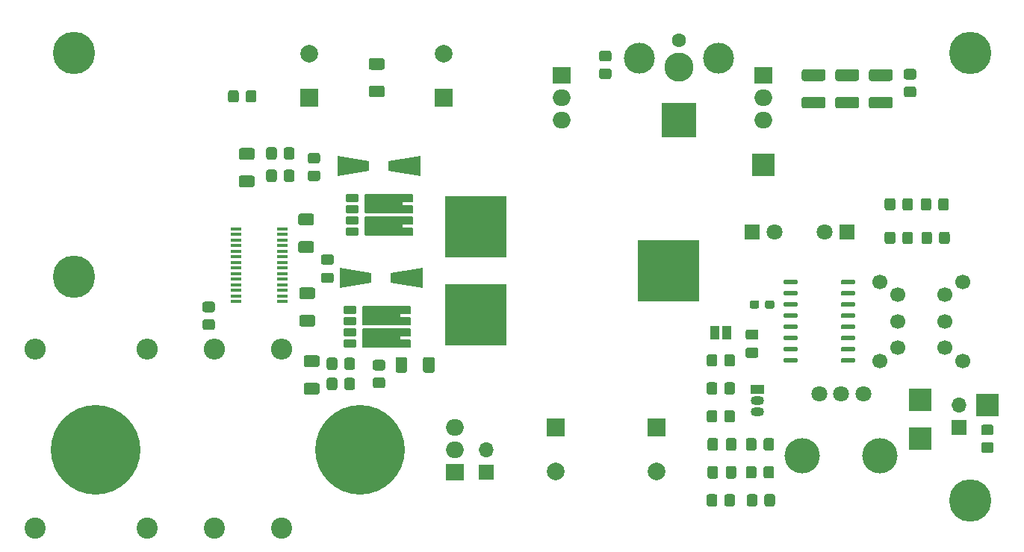
<source format=gbr>
%TF.GenerationSoftware,KiCad,Pcbnew,(5.1.9)-1*%
%TF.CreationDate,2022-12-04T20:34:53-06:00*%
%TF.ProjectId,Battery_Charger_V1,42617474-6572-4795-9f43-686172676572,rev?*%
%TF.SameCoordinates,Original*%
%TF.FileFunction,Soldermask,Top*%
%TF.FilePolarity,Negative*%
%FSLAX46Y46*%
G04 Gerber Fmt 4.6, Leading zero omitted, Abs format (unit mm)*
G04 Created by KiCad (PCBNEW (5.1.9)-1) date 2022-12-04 20:34:53*
%MOMM*%
%LPD*%
G01*
G04 APERTURE LIST*
%ADD10C,1.700000*%
%ADD11C,2.000000*%
%ADD12R,2.000000X2.000000*%
%ADD13C,10.160000*%
%ADD14R,1.800000X1.800000*%
%ADD15C,1.800000*%
%ADD16C,0.100000*%
%ADD17R,4.000000X4.000000*%
%ADD18C,3.300000*%
%ADD19C,3.500000*%
%ADD20C,1.600000*%
%ADD21R,1.700000X1.700000*%
%ADD22O,1.700000X1.700000*%
%ADD23C,4.800000*%
%ADD24R,1.000000X1.500000*%
%ADD25R,7.000000X7.000000*%
%ADD26R,2.000000X1.905000*%
%ADD27O,2.000000X1.905000*%
%ADD28O,1.500000X1.050000*%
%ADD29R,1.500000X1.050000*%
%ADD30C,4.000000*%
%ADD31R,2.500000X2.500000*%
%ADD32R,1.200000X0.400000*%
%ADD33C,2.400000*%
%ADD34O,2.400000X2.400000*%
G04 APERTURE END LIST*
D10*
%TO.C,SW1*%
X198502000Y-103577000D03*
X198502000Y-112577000D03*
X189102000Y-103577000D03*
X189102000Y-112577000D03*
X196452000Y-105077000D03*
X196452000Y-108077000D03*
X196452000Y-111077000D03*
X191152000Y-105077000D03*
X191152000Y-108077000D03*
X191152000Y-111077000D03*
%TD*%
D11*
%TO.C,C23*%
X124460000Y-77677000D03*
D12*
X124460000Y-82677000D03*
%TD*%
%TO.C,R37*%
G36*
G01*
X115240000Y-83000001D02*
X115240000Y-82099999D01*
G75*
G02*
X115489999Y-81850000I249999J0D01*
G01*
X116190001Y-81850000D01*
G75*
G02*
X116440000Y-82099999I0J-249999D01*
G01*
X116440000Y-83000001D01*
G75*
G02*
X116190001Y-83250000I-249999J0D01*
G01*
X115489999Y-83250000D01*
G75*
G02*
X115240000Y-83000001I0J249999D01*
G01*
G37*
G36*
G01*
X117240000Y-83000001D02*
X117240000Y-82099999D01*
G75*
G02*
X117489999Y-81850000I249999J0D01*
G01*
X118190001Y-81850000D01*
G75*
G02*
X118440000Y-82099999I0J-249999D01*
G01*
X118440000Y-83000001D01*
G75*
G02*
X118190001Y-83250000I-249999J0D01*
G01*
X117489999Y-83250000D01*
G75*
G02*
X117240000Y-83000001I0J249999D01*
G01*
G37*
%TD*%
%TO.C,Q4*%
G36*
G01*
X130538000Y-108872000D02*
X134638000Y-108872000D01*
G75*
G02*
X134763000Y-108997000I0J-125000D01*
G01*
X134763000Y-110967000D01*
G75*
G02*
X134638000Y-111092000I-125000J0D01*
G01*
X130538000Y-111092000D01*
G75*
G02*
X130413000Y-110967000I0J125000D01*
G01*
X130413000Y-108997000D01*
G75*
G02*
X130538000Y-108872000I125000J0D01*
G01*
G37*
G36*
G01*
X133938000Y-108872000D02*
X135838000Y-108872000D01*
G75*
G02*
X135963000Y-108997000I0J-125000D01*
G01*
X135963000Y-109697000D01*
G75*
G02*
X135838000Y-109822000I-125000J0D01*
G01*
X133938000Y-109822000D01*
G75*
G02*
X133813000Y-109697000I0J125000D01*
G01*
X133813000Y-108997000D01*
G75*
G02*
X133938000Y-108872000I125000J0D01*
G01*
G37*
G36*
G01*
X133938000Y-110142000D02*
X135838000Y-110142000D01*
G75*
G02*
X135963000Y-110267000I0J-125000D01*
G01*
X135963000Y-110967000D01*
G75*
G02*
X135838000Y-111092000I-125000J0D01*
G01*
X133938000Y-111092000D01*
G75*
G02*
X133813000Y-110967000I0J125000D01*
G01*
X133813000Y-110267000D01*
G75*
G02*
X133938000Y-110142000I125000J0D01*
G01*
G37*
G36*
G01*
X128463000Y-110142000D02*
X129613000Y-110142000D01*
G75*
G02*
X129738000Y-110267000I0J-125000D01*
G01*
X129738000Y-110967000D01*
G75*
G02*
X129613000Y-111092000I-125000J0D01*
G01*
X128463000Y-111092000D01*
G75*
G02*
X128338000Y-110967000I0J125000D01*
G01*
X128338000Y-110267000D01*
G75*
G02*
X128463000Y-110142000I125000J0D01*
G01*
G37*
G36*
G01*
X128463000Y-107602000D02*
X129613000Y-107602000D01*
G75*
G02*
X129738000Y-107727000I0J-125000D01*
G01*
X129738000Y-108427000D01*
G75*
G02*
X129613000Y-108552000I-125000J0D01*
G01*
X128463000Y-108552000D01*
G75*
G02*
X128338000Y-108427000I0J125000D01*
G01*
X128338000Y-107727000D01*
G75*
G02*
X128463000Y-107602000I125000J0D01*
G01*
G37*
G36*
G01*
X128463000Y-106332000D02*
X129613000Y-106332000D01*
G75*
G02*
X129738000Y-106457000I0J-125000D01*
G01*
X129738000Y-107157000D01*
G75*
G02*
X129613000Y-107282000I-125000J0D01*
G01*
X128463000Y-107282000D01*
G75*
G02*
X128338000Y-107157000I0J125000D01*
G01*
X128338000Y-106457000D01*
G75*
G02*
X128463000Y-106332000I125000J0D01*
G01*
G37*
G36*
G01*
X130538000Y-106332000D02*
X134638000Y-106332000D01*
G75*
G02*
X134763000Y-106457000I0J-125000D01*
G01*
X134763000Y-108427000D01*
G75*
G02*
X134638000Y-108552000I-125000J0D01*
G01*
X130538000Y-108552000D01*
G75*
G02*
X130413000Y-108427000I0J125000D01*
G01*
X130413000Y-106457000D01*
G75*
G02*
X130538000Y-106332000I125000J0D01*
G01*
G37*
G36*
G01*
X128463000Y-108872000D02*
X129613000Y-108872000D01*
G75*
G02*
X129738000Y-108997000I0J-125000D01*
G01*
X129738000Y-109697000D01*
G75*
G02*
X129613000Y-109822000I-125000J0D01*
G01*
X128463000Y-109822000D01*
G75*
G02*
X128338000Y-109697000I0J125000D01*
G01*
X128338000Y-108997000D01*
G75*
G02*
X128463000Y-108872000I125000J0D01*
G01*
G37*
G36*
G01*
X133938000Y-107602000D02*
X135838000Y-107602000D01*
G75*
G02*
X135963000Y-107727000I0J-125000D01*
G01*
X135963000Y-108427000D01*
G75*
G02*
X135838000Y-108552000I-125000J0D01*
G01*
X133938000Y-108552000D01*
G75*
G02*
X133813000Y-108427000I0J125000D01*
G01*
X133813000Y-107727000D01*
G75*
G02*
X133938000Y-107602000I125000J0D01*
G01*
G37*
G36*
G01*
X133938000Y-106332000D02*
X135838000Y-106332000D01*
G75*
G02*
X135963000Y-106457000I0J-125000D01*
G01*
X135963000Y-107157000D01*
G75*
G02*
X135838000Y-107282000I-125000J0D01*
G01*
X133938000Y-107282000D01*
G75*
G02*
X133813000Y-107157000I0J125000D01*
G01*
X133813000Y-106457000D01*
G75*
G02*
X133938000Y-106332000I125000J0D01*
G01*
G37*
%TD*%
%TO.C,Q3*%
G36*
G01*
X130813000Y-96172000D02*
X134913000Y-96172000D01*
G75*
G02*
X135038000Y-96297000I0J-125000D01*
G01*
X135038000Y-98267000D01*
G75*
G02*
X134913000Y-98392000I-125000J0D01*
G01*
X130813000Y-98392000D01*
G75*
G02*
X130688000Y-98267000I0J125000D01*
G01*
X130688000Y-96297000D01*
G75*
G02*
X130813000Y-96172000I125000J0D01*
G01*
G37*
G36*
G01*
X134213000Y-96172000D02*
X136113000Y-96172000D01*
G75*
G02*
X136238000Y-96297000I0J-125000D01*
G01*
X136238000Y-96997000D01*
G75*
G02*
X136113000Y-97122000I-125000J0D01*
G01*
X134213000Y-97122000D01*
G75*
G02*
X134088000Y-96997000I0J125000D01*
G01*
X134088000Y-96297000D01*
G75*
G02*
X134213000Y-96172000I125000J0D01*
G01*
G37*
G36*
G01*
X134213000Y-97442000D02*
X136113000Y-97442000D01*
G75*
G02*
X136238000Y-97567000I0J-125000D01*
G01*
X136238000Y-98267000D01*
G75*
G02*
X136113000Y-98392000I-125000J0D01*
G01*
X134213000Y-98392000D01*
G75*
G02*
X134088000Y-98267000I0J125000D01*
G01*
X134088000Y-97567000D01*
G75*
G02*
X134213000Y-97442000I125000J0D01*
G01*
G37*
G36*
G01*
X128738000Y-97442000D02*
X129888000Y-97442000D01*
G75*
G02*
X130013000Y-97567000I0J-125000D01*
G01*
X130013000Y-98267000D01*
G75*
G02*
X129888000Y-98392000I-125000J0D01*
G01*
X128738000Y-98392000D01*
G75*
G02*
X128613000Y-98267000I0J125000D01*
G01*
X128613000Y-97567000D01*
G75*
G02*
X128738000Y-97442000I125000J0D01*
G01*
G37*
G36*
G01*
X128738000Y-94902000D02*
X129888000Y-94902000D01*
G75*
G02*
X130013000Y-95027000I0J-125000D01*
G01*
X130013000Y-95727000D01*
G75*
G02*
X129888000Y-95852000I-125000J0D01*
G01*
X128738000Y-95852000D01*
G75*
G02*
X128613000Y-95727000I0J125000D01*
G01*
X128613000Y-95027000D01*
G75*
G02*
X128738000Y-94902000I125000J0D01*
G01*
G37*
G36*
G01*
X128738000Y-93632000D02*
X129888000Y-93632000D01*
G75*
G02*
X130013000Y-93757000I0J-125000D01*
G01*
X130013000Y-94457000D01*
G75*
G02*
X129888000Y-94582000I-125000J0D01*
G01*
X128738000Y-94582000D01*
G75*
G02*
X128613000Y-94457000I0J125000D01*
G01*
X128613000Y-93757000D01*
G75*
G02*
X128738000Y-93632000I125000J0D01*
G01*
G37*
G36*
G01*
X130813000Y-93632000D02*
X134913000Y-93632000D01*
G75*
G02*
X135038000Y-93757000I0J-125000D01*
G01*
X135038000Y-95727000D01*
G75*
G02*
X134913000Y-95852000I-125000J0D01*
G01*
X130813000Y-95852000D01*
G75*
G02*
X130688000Y-95727000I0J125000D01*
G01*
X130688000Y-93757000D01*
G75*
G02*
X130813000Y-93632000I125000J0D01*
G01*
G37*
G36*
G01*
X128738000Y-96172000D02*
X129888000Y-96172000D01*
G75*
G02*
X130013000Y-96297000I0J-125000D01*
G01*
X130013000Y-96997000D01*
G75*
G02*
X129888000Y-97122000I-125000J0D01*
G01*
X128738000Y-97122000D01*
G75*
G02*
X128613000Y-96997000I0J125000D01*
G01*
X128613000Y-96297000D01*
G75*
G02*
X128738000Y-96172000I125000J0D01*
G01*
G37*
G36*
G01*
X134213000Y-94902000D02*
X136113000Y-94902000D01*
G75*
G02*
X136238000Y-95027000I0J-125000D01*
G01*
X136238000Y-95727000D01*
G75*
G02*
X136113000Y-95852000I-125000J0D01*
G01*
X134213000Y-95852000D01*
G75*
G02*
X134088000Y-95727000I0J125000D01*
G01*
X134088000Y-95027000D01*
G75*
G02*
X134213000Y-94902000I125000J0D01*
G01*
G37*
G36*
G01*
X134213000Y-93632000D02*
X136113000Y-93632000D01*
G75*
G02*
X136238000Y-93757000I0J-125000D01*
G01*
X136238000Y-94457000D01*
G75*
G02*
X136113000Y-94582000I-125000J0D01*
G01*
X134213000Y-94582000D01*
G75*
G02*
X134088000Y-94457000I0J125000D01*
G01*
X134088000Y-93757000D01*
G75*
G02*
X134213000Y-93632000I125000J0D01*
G01*
G37*
%TD*%
D13*
%TO.C,BT1*%
X130175000Y-122682000D03*
X100205000Y-122682000D03*
%TD*%
%TO.C,C3*%
G36*
G01*
X175443000Y-105934500D02*
X175443000Y-106409500D01*
G75*
G02*
X175205500Y-106647000I-237500J0D01*
G01*
X174605500Y-106647000D01*
G75*
G02*
X174368000Y-106409500I0J237500D01*
G01*
X174368000Y-105934500D01*
G75*
G02*
X174605500Y-105697000I237500J0D01*
G01*
X175205500Y-105697000D01*
G75*
G02*
X175443000Y-105934500I0J-237500D01*
G01*
G37*
G36*
G01*
X177168000Y-105934500D02*
X177168000Y-106409500D01*
G75*
G02*
X176930500Y-106647000I-237500J0D01*
G01*
X176330500Y-106647000D01*
G75*
G02*
X176093000Y-106409500I0J237500D01*
G01*
X176093000Y-105934500D01*
G75*
G02*
X176330500Y-105697000I237500J0D01*
G01*
X176930500Y-105697000D01*
G75*
G02*
X177168000Y-105934500I0J-237500D01*
G01*
G37*
%TD*%
%TO.C,C5*%
G36*
G01*
X124729002Y-97182500D02*
X123428998Y-97182500D01*
G75*
G02*
X123179000Y-96932502I0J249998D01*
G01*
X123179000Y-96107498D01*
G75*
G02*
X123428998Y-95857500I249998J0D01*
G01*
X124729002Y-95857500D01*
G75*
G02*
X124979000Y-96107498I0J-249998D01*
G01*
X124979000Y-96932502D01*
G75*
G02*
X124729002Y-97182500I-249998J0D01*
G01*
G37*
G36*
G01*
X124729002Y-100307500D02*
X123428998Y-100307500D01*
G75*
G02*
X123179000Y-100057502I0J249998D01*
G01*
X123179000Y-99232498D01*
G75*
G02*
X123428998Y-98982500I249998J0D01*
G01*
X124729002Y-98982500D01*
G75*
G02*
X124979000Y-99232498I0J-249998D01*
G01*
X124979000Y-100057502D01*
G75*
G02*
X124729002Y-100307500I-249998J0D01*
G01*
G37*
%TD*%
%TO.C,C6*%
G36*
G01*
X124856002Y-105564500D02*
X123555998Y-105564500D01*
G75*
G02*
X123306000Y-105314502I0J249998D01*
G01*
X123306000Y-104489498D01*
G75*
G02*
X123555998Y-104239500I249998J0D01*
G01*
X124856002Y-104239500D01*
G75*
G02*
X125106000Y-104489498I0J-249998D01*
G01*
X125106000Y-105314502D01*
G75*
G02*
X124856002Y-105564500I-249998J0D01*
G01*
G37*
G36*
G01*
X124856002Y-108689500D02*
X123555998Y-108689500D01*
G75*
G02*
X123306000Y-108439502I0J249998D01*
G01*
X123306000Y-107614498D01*
G75*
G02*
X123555998Y-107364500I249998J0D01*
G01*
X124856002Y-107364500D01*
G75*
G02*
X125106000Y-107614498I0J-249998D01*
G01*
X125106000Y-108439502D01*
G75*
G02*
X124856002Y-108689500I-249998J0D01*
G01*
G37*
%TD*%
%TO.C,C7*%
G36*
G01*
X126017000Y-100483000D02*
X126967000Y-100483000D01*
G75*
G02*
X127217000Y-100733000I0J-250000D01*
G01*
X127217000Y-101408000D01*
G75*
G02*
X126967000Y-101658000I-250000J0D01*
G01*
X126017000Y-101658000D01*
G75*
G02*
X125767000Y-101408000I0J250000D01*
G01*
X125767000Y-100733000D01*
G75*
G02*
X126017000Y-100483000I250000J0D01*
G01*
G37*
G36*
G01*
X126017000Y-102558000D02*
X126967000Y-102558000D01*
G75*
G02*
X127217000Y-102808000I0J-250000D01*
G01*
X127217000Y-103483000D01*
G75*
G02*
X126967000Y-103733000I-250000J0D01*
G01*
X126017000Y-103733000D01*
G75*
G02*
X125767000Y-103483000I0J250000D01*
G01*
X125767000Y-102808000D01*
G75*
G02*
X126017000Y-102558000I250000J0D01*
G01*
G37*
%TD*%
%TO.C,C9*%
G36*
G01*
X175100000Y-110167000D02*
X174150000Y-110167000D01*
G75*
G02*
X173900000Y-109917000I0J250000D01*
G01*
X173900000Y-109242000D01*
G75*
G02*
X174150000Y-108992000I250000J0D01*
G01*
X175100000Y-108992000D01*
G75*
G02*
X175350000Y-109242000I0J-250000D01*
G01*
X175350000Y-109917000D01*
G75*
G02*
X175100000Y-110167000I-250000J0D01*
G01*
G37*
G36*
G01*
X175100000Y-112242000D02*
X174150000Y-112242000D01*
G75*
G02*
X173900000Y-111992000I0J250000D01*
G01*
X173900000Y-111317000D01*
G75*
G02*
X174150000Y-111067000I250000J0D01*
G01*
X175100000Y-111067000D01*
G75*
G02*
X175350000Y-111317000I0J-250000D01*
G01*
X175350000Y-111992000D01*
G75*
G02*
X175100000Y-112242000I-250000J0D01*
G01*
G37*
%TD*%
%TO.C,C10*%
G36*
G01*
X171667500Y-122522000D02*
X171667500Y-121572000D01*
G75*
G02*
X171917500Y-121322000I250000J0D01*
G01*
X172592500Y-121322000D01*
G75*
G02*
X172842500Y-121572000I0J-250000D01*
G01*
X172842500Y-122522000D01*
G75*
G02*
X172592500Y-122772000I-250000J0D01*
G01*
X171917500Y-122772000D01*
G75*
G02*
X171667500Y-122522000I0J250000D01*
G01*
G37*
G36*
G01*
X169592500Y-122522000D02*
X169592500Y-121572000D01*
G75*
G02*
X169842500Y-121322000I250000J0D01*
G01*
X170517500Y-121322000D01*
G75*
G02*
X170767500Y-121572000I0J-250000D01*
G01*
X170767500Y-122522000D01*
G75*
G02*
X170517500Y-122772000I-250000J0D01*
G01*
X169842500Y-122772000D01*
G75*
G02*
X169592500Y-122522000I0J250000D01*
G01*
G37*
%TD*%
%TO.C,C11*%
G36*
G01*
X171667500Y-125697000D02*
X171667500Y-124747000D01*
G75*
G02*
X171917500Y-124497000I250000J0D01*
G01*
X172592500Y-124497000D01*
G75*
G02*
X172842500Y-124747000I0J-250000D01*
G01*
X172842500Y-125697000D01*
G75*
G02*
X172592500Y-125947000I-250000J0D01*
G01*
X171917500Y-125947000D01*
G75*
G02*
X171667500Y-125697000I0J250000D01*
G01*
G37*
G36*
G01*
X169592500Y-125697000D02*
X169592500Y-124747000D01*
G75*
G02*
X169842500Y-124497000I250000J0D01*
G01*
X170517500Y-124497000D01*
G75*
G02*
X170767500Y-124747000I0J-250000D01*
G01*
X170767500Y-125697000D01*
G75*
G02*
X170517500Y-125947000I-250000J0D01*
G01*
X169842500Y-125947000D01*
G75*
G02*
X169592500Y-125697000I0J250000D01*
G01*
G37*
%TD*%
%TO.C,C12*%
G36*
G01*
X132730002Y-82654500D02*
X131429998Y-82654500D01*
G75*
G02*
X131180000Y-82404502I0J249998D01*
G01*
X131180000Y-81579498D01*
G75*
G02*
X131429998Y-81329500I249998J0D01*
G01*
X132730002Y-81329500D01*
G75*
G02*
X132980000Y-81579498I0J-249998D01*
G01*
X132980000Y-82404502D01*
G75*
G02*
X132730002Y-82654500I-249998J0D01*
G01*
G37*
G36*
G01*
X132730002Y-79529500D02*
X131429998Y-79529500D01*
G75*
G02*
X131180000Y-79279502I0J249998D01*
G01*
X131180000Y-78454498D01*
G75*
G02*
X131429998Y-78204500I249998J0D01*
G01*
X132730002Y-78204500D01*
G75*
G02*
X132980000Y-78454498I0J-249998D01*
G01*
X132980000Y-79279502D01*
G75*
G02*
X132730002Y-79529500I-249998J0D01*
G01*
G37*
%TD*%
%TO.C,C13*%
G36*
G01*
X117998002Y-92864500D02*
X116697998Y-92864500D01*
G75*
G02*
X116448000Y-92614502I0J249998D01*
G01*
X116448000Y-91789498D01*
G75*
G02*
X116697998Y-91539500I249998J0D01*
G01*
X117998002Y-91539500D01*
G75*
G02*
X118248000Y-91789498I0J-249998D01*
G01*
X118248000Y-92614502D01*
G75*
G02*
X117998002Y-92864500I-249998J0D01*
G01*
G37*
G36*
G01*
X117998002Y-89739500D02*
X116697998Y-89739500D01*
G75*
G02*
X116448000Y-89489502I0J249998D01*
G01*
X116448000Y-88664498D01*
G75*
G02*
X116697998Y-88414500I249998J0D01*
G01*
X117998002Y-88414500D01*
G75*
G02*
X118248000Y-88664498I0J-249998D01*
G01*
X118248000Y-89489502D01*
G75*
G02*
X117998002Y-89739500I-249998J0D01*
G01*
G37*
%TD*%
%TO.C,C14*%
G36*
G01*
X124063998Y-111948000D02*
X125364002Y-111948000D01*
G75*
G02*
X125614000Y-112197998I0J-249998D01*
G01*
X125614000Y-113023002D01*
G75*
G02*
X125364002Y-113273000I-249998J0D01*
G01*
X124063998Y-113273000D01*
G75*
G02*
X123814000Y-113023002I0J249998D01*
G01*
X123814000Y-112197998D01*
G75*
G02*
X124063998Y-111948000I249998J0D01*
G01*
G37*
G36*
G01*
X124063998Y-115073000D02*
X125364002Y-115073000D01*
G75*
G02*
X125614000Y-115322998I0J-249998D01*
G01*
X125614000Y-116148002D01*
G75*
G02*
X125364002Y-116398000I-249998J0D01*
G01*
X124063998Y-116398000D01*
G75*
G02*
X123814000Y-116148002I0J249998D01*
G01*
X123814000Y-115322998D01*
G75*
G02*
X124063998Y-115073000I249998J0D01*
G01*
G37*
%TD*%
%TO.C,C15*%
G36*
G01*
X137336500Y-113680002D02*
X137336500Y-112379998D01*
G75*
G02*
X137586498Y-112130000I249998J0D01*
G01*
X138411502Y-112130000D01*
G75*
G02*
X138661500Y-112379998I0J-249998D01*
G01*
X138661500Y-113680002D01*
G75*
G02*
X138411502Y-113930000I-249998J0D01*
G01*
X137586498Y-113930000D01*
G75*
G02*
X137336500Y-113680002I0J249998D01*
G01*
G37*
G36*
G01*
X134211500Y-113680002D02*
X134211500Y-112379998D01*
G75*
G02*
X134461498Y-112130000I249998J0D01*
G01*
X135286502Y-112130000D01*
G75*
G02*
X135536500Y-112379998I0J-249998D01*
G01*
X135536500Y-113680002D01*
G75*
G02*
X135286502Y-113930000I-249998J0D01*
G01*
X134461498Y-113930000D01*
G75*
G02*
X134211500Y-113680002I0J249998D01*
G01*
G37*
%TD*%
%TO.C,C17*%
G36*
G01*
X188129998Y-82599500D02*
X190330002Y-82599500D01*
G75*
G02*
X190580000Y-82849498I0J-249998D01*
G01*
X190580000Y-83674502D01*
G75*
G02*
X190330002Y-83924500I-249998J0D01*
G01*
X188129998Y-83924500D01*
G75*
G02*
X187880000Y-83674502I0J249998D01*
G01*
X187880000Y-82849498D01*
G75*
G02*
X188129998Y-82599500I249998J0D01*
G01*
G37*
G36*
G01*
X188129998Y-79474500D02*
X190330002Y-79474500D01*
G75*
G02*
X190580000Y-79724498I0J-249998D01*
G01*
X190580000Y-80549502D01*
G75*
G02*
X190330002Y-80799500I-249998J0D01*
G01*
X188129998Y-80799500D01*
G75*
G02*
X187880000Y-80549502I0J249998D01*
G01*
X187880000Y-79724498D01*
G75*
G02*
X188129998Y-79474500I249998J0D01*
G01*
G37*
%TD*%
%TO.C,C18*%
G36*
G01*
X184319998Y-79474500D02*
X186520002Y-79474500D01*
G75*
G02*
X186770000Y-79724498I0J-249998D01*
G01*
X186770000Y-80549502D01*
G75*
G02*
X186520002Y-80799500I-249998J0D01*
G01*
X184319998Y-80799500D01*
G75*
G02*
X184070000Y-80549502I0J249998D01*
G01*
X184070000Y-79724498D01*
G75*
G02*
X184319998Y-79474500I249998J0D01*
G01*
G37*
G36*
G01*
X184319998Y-82599500D02*
X186520002Y-82599500D01*
G75*
G02*
X186770000Y-82849498I0J-249998D01*
G01*
X186770000Y-83674502D01*
G75*
G02*
X186520002Y-83924500I-249998J0D01*
G01*
X184319998Y-83924500D01*
G75*
G02*
X184070000Y-83674502I0J249998D01*
G01*
X184070000Y-82849498D01*
G75*
G02*
X184319998Y-82599500I249998J0D01*
G01*
G37*
%TD*%
%TO.C,C19*%
G36*
G01*
X180509998Y-79474500D02*
X182710002Y-79474500D01*
G75*
G02*
X182960000Y-79724498I0J-249998D01*
G01*
X182960000Y-80549502D01*
G75*
G02*
X182710002Y-80799500I-249998J0D01*
G01*
X180509998Y-80799500D01*
G75*
G02*
X180260000Y-80549502I0J249998D01*
G01*
X180260000Y-79724498D01*
G75*
G02*
X180509998Y-79474500I249998J0D01*
G01*
G37*
G36*
G01*
X180509998Y-82599500D02*
X182710002Y-82599500D01*
G75*
G02*
X182960000Y-82849498I0J-249998D01*
G01*
X182960000Y-83674502D01*
G75*
G02*
X182710002Y-83924500I-249998J0D01*
G01*
X180509998Y-83924500D01*
G75*
G02*
X180260000Y-83674502I0J249998D01*
G01*
X180260000Y-82849498D01*
G75*
G02*
X180509998Y-82599500I249998J0D01*
G01*
G37*
%TD*%
D12*
%TO.C,C22*%
X139700000Y-82677000D03*
D11*
X139700000Y-77677000D03*
%TD*%
%TO.C,C24*%
X163830000Y-125142000D03*
D12*
X163830000Y-120142000D03*
%TD*%
%TO.C,C25*%
X152400000Y-120142000D03*
D11*
X152400000Y-125142000D03*
%TD*%
D14*
%TO.C,D1*%
X174625000Y-97917000D03*
D15*
X177165000Y-97917000D03*
%TD*%
%TO.C,D2*%
X182880000Y-97917000D03*
D14*
X185420000Y-97917000D03*
%TD*%
D16*
%TO.C,D6*%
G36*
X127634000Y-91574000D02*
G01*
X127634000Y-89274000D01*
X131234000Y-89874000D01*
X131234000Y-90974000D01*
X127634000Y-91574000D01*
G37*
G36*
X137034000Y-89274000D02*
G01*
X137034000Y-91574000D01*
X133434000Y-90974000D01*
X133434000Y-89874000D01*
X137034000Y-89274000D01*
G37*
%TD*%
%TO.C,D8*%
G36*
X137288000Y-101974000D02*
G01*
X137288000Y-104274000D01*
X133688000Y-103674000D01*
X133688000Y-102574000D01*
X137288000Y-101974000D01*
G37*
G36*
X127888000Y-104274000D02*
G01*
X127888000Y-101974000D01*
X131488000Y-102574000D01*
X131488000Y-103674000D01*
X127888000Y-104274000D01*
G37*
%TD*%
D17*
%TO.C,J1*%
X166370000Y-85217000D03*
D18*
X166370000Y-79217000D03*
D19*
X170870000Y-78217000D03*
X161870000Y-78217000D03*
D20*
X166370000Y-76217000D03*
%TD*%
D21*
%TO.C,J2*%
X144526000Y-125222000D03*
D22*
X144526000Y-122682000D03*
%TD*%
D23*
%TO.C,J3*%
X199390000Y-77597000D03*
%TD*%
%TO.C,J4*%
X199390000Y-128397000D03*
%TD*%
%TO.C,J5*%
X97790000Y-77597000D03*
%TD*%
%TO.C,J6*%
X97790000Y-102997000D03*
%TD*%
D24*
%TO.C,JP1*%
X171734000Y-109347000D03*
X170434000Y-109347000D03*
%TD*%
D25*
%TO.C,L1*%
X143280000Y-97362000D03*
X143280000Y-107362000D03*
X165180000Y-102362000D03*
%TD*%
D26*
%TO.C,Q1*%
X153035000Y-80137000D03*
D27*
X153035000Y-82677000D03*
X153035000Y-85217000D03*
%TD*%
D26*
%TO.C,Q2*%
X140970000Y-125222000D03*
D27*
X140970000Y-122682000D03*
X140970000Y-120142000D03*
%TD*%
D28*
%TO.C,Q7*%
X175260000Y-117094000D03*
X175260000Y-118364000D03*
D29*
X175260000Y-115824000D03*
%TD*%
%TO.C,R1*%
G36*
G01*
X124517999Y-90967000D02*
X125418001Y-90967000D01*
G75*
G02*
X125668000Y-91216999I0J-249999D01*
G01*
X125668000Y-91917001D01*
G75*
G02*
X125418001Y-92167000I-249999J0D01*
G01*
X124517999Y-92167000D01*
G75*
G02*
X124268000Y-91917001I0J249999D01*
G01*
X124268000Y-91216999D01*
G75*
G02*
X124517999Y-90967000I249999J0D01*
G01*
G37*
G36*
G01*
X124517999Y-88967000D02*
X125418001Y-88967000D01*
G75*
G02*
X125668000Y-89216999I0J-249999D01*
G01*
X125668000Y-89917001D01*
G75*
G02*
X125418001Y-90167000I-249999J0D01*
G01*
X124517999Y-90167000D01*
G75*
G02*
X124268000Y-89917001I0J249999D01*
G01*
X124268000Y-89216999D01*
G75*
G02*
X124517999Y-88967000I249999J0D01*
G01*
G37*
%TD*%
%TO.C,R2*%
G36*
G01*
X131883999Y-112462000D02*
X132784001Y-112462000D01*
G75*
G02*
X133034000Y-112711999I0J-249999D01*
G01*
X133034000Y-113412001D01*
G75*
G02*
X132784001Y-113662000I-249999J0D01*
G01*
X131883999Y-113662000D01*
G75*
G02*
X131634000Y-113412001I0J249999D01*
G01*
X131634000Y-112711999D01*
G75*
G02*
X131883999Y-112462000I249999J0D01*
G01*
G37*
G36*
G01*
X131883999Y-114462000D02*
X132784001Y-114462000D01*
G75*
G02*
X133034000Y-114711999I0J-249999D01*
G01*
X133034000Y-115412001D01*
G75*
G02*
X132784001Y-115662000I-249999J0D01*
G01*
X131883999Y-115662000D01*
G75*
G02*
X131634000Y-115412001I0J249999D01*
G01*
X131634000Y-114711999D01*
G75*
G02*
X131883999Y-114462000I249999J0D01*
G01*
G37*
%TD*%
%TO.C,R8*%
G36*
G01*
X170685000Y-112071999D02*
X170685000Y-112972001D01*
G75*
G02*
X170435001Y-113222000I-249999J0D01*
G01*
X169734999Y-113222000D01*
G75*
G02*
X169485000Y-112972001I0J249999D01*
G01*
X169485000Y-112071999D01*
G75*
G02*
X169734999Y-111822000I249999J0D01*
G01*
X170435001Y-111822000D01*
G75*
G02*
X170685000Y-112071999I0J-249999D01*
G01*
G37*
G36*
G01*
X172685000Y-112071999D02*
X172685000Y-112972001D01*
G75*
G02*
X172435001Y-113222000I-249999J0D01*
G01*
X171734999Y-113222000D01*
G75*
G02*
X171485000Y-112972001I0J249999D01*
G01*
X171485000Y-112071999D01*
G75*
G02*
X171734999Y-111822000I249999J0D01*
G01*
X172435001Y-111822000D01*
G75*
G02*
X172685000Y-112071999I0J-249999D01*
G01*
G37*
%TD*%
%TO.C,R9*%
G36*
G01*
X112579999Y-107858000D02*
X113480001Y-107858000D01*
G75*
G02*
X113730000Y-108107999I0J-249999D01*
G01*
X113730000Y-108808001D01*
G75*
G02*
X113480001Y-109058000I-249999J0D01*
G01*
X112579999Y-109058000D01*
G75*
G02*
X112330000Y-108808001I0J249999D01*
G01*
X112330000Y-108107999D01*
G75*
G02*
X112579999Y-107858000I249999J0D01*
G01*
G37*
G36*
G01*
X112579999Y-105858000D02*
X113480001Y-105858000D01*
G75*
G02*
X113730000Y-106107999I0J-249999D01*
G01*
X113730000Y-106808001D01*
G75*
G02*
X113480001Y-107058000I-249999J0D01*
G01*
X112579999Y-107058000D01*
G75*
G02*
X112330000Y-106808001I0J249999D01*
G01*
X112330000Y-106107999D01*
G75*
G02*
X112579999Y-105858000I249999J0D01*
G01*
G37*
%TD*%
%TO.C,R10*%
G36*
G01*
X129616000Y-112452999D02*
X129616000Y-113353001D01*
G75*
G02*
X129366001Y-113603000I-249999J0D01*
G01*
X128665999Y-113603000D01*
G75*
G02*
X128416000Y-113353001I0J249999D01*
G01*
X128416000Y-112452999D01*
G75*
G02*
X128665999Y-112203000I249999J0D01*
G01*
X129366001Y-112203000D01*
G75*
G02*
X129616000Y-112452999I0J-249999D01*
G01*
G37*
G36*
G01*
X127616000Y-112452999D02*
X127616000Y-113353001D01*
G75*
G02*
X127366001Y-113603000I-249999J0D01*
G01*
X126665999Y-113603000D01*
G75*
G02*
X126416000Y-113353001I0J249999D01*
G01*
X126416000Y-112452999D01*
G75*
G02*
X126665999Y-112203000I249999J0D01*
G01*
X127366001Y-112203000D01*
G75*
G02*
X127616000Y-112452999I0J-249999D01*
G01*
G37*
%TD*%
%TO.C,R11*%
G36*
G01*
X127616000Y-114738999D02*
X127616000Y-115639001D01*
G75*
G02*
X127366001Y-115889000I-249999J0D01*
G01*
X126665999Y-115889000D01*
G75*
G02*
X126416000Y-115639001I0J249999D01*
G01*
X126416000Y-114738999D01*
G75*
G02*
X126665999Y-114489000I249999J0D01*
G01*
X127366001Y-114489000D01*
G75*
G02*
X127616000Y-114738999I0J-249999D01*
G01*
G37*
G36*
G01*
X129616000Y-114738999D02*
X129616000Y-115639001D01*
G75*
G02*
X129366001Y-115889000I-249999J0D01*
G01*
X128665999Y-115889000D01*
G75*
G02*
X128416000Y-115639001I0J249999D01*
G01*
X128416000Y-114738999D01*
G75*
G02*
X128665999Y-114489000I249999J0D01*
G01*
X129366001Y-114489000D01*
G75*
G02*
X129616000Y-114738999I0J-249999D01*
G01*
G37*
%TD*%
%TO.C,R12*%
G36*
G01*
X172685000Y-118421999D02*
X172685000Y-119322001D01*
G75*
G02*
X172435001Y-119572000I-249999J0D01*
G01*
X171734999Y-119572000D01*
G75*
G02*
X171485000Y-119322001I0J249999D01*
G01*
X171485000Y-118421999D01*
G75*
G02*
X171734999Y-118172000I249999J0D01*
G01*
X172435001Y-118172000D01*
G75*
G02*
X172685000Y-118421999I0J-249999D01*
G01*
G37*
G36*
G01*
X170685000Y-118421999D02*
X170685000Y-119322001D01*
G75*
G02*
X170435001Y-119572000I-249999J0D01*
G01*
X169734999Y-119572000D01*
G75*
G02*
X169485000Y-119322001I0J249999D01*
G01*
X169485000Y-118421999D01*
G75*
G02*
X169734999Y-118172000I249999J0D01*
G01*
X170435001Y-118172000D01*
G75*
G02*
X170685000Y-118421999I0J-249999D01*
G01*
G37*
%TD*%
%TO.C,R13*%
G36*
G01*
X172685000Y-127946600D02*
X172685000Y-128847400D01*
G75*
G02*
X172435400Y-129097000I-249600J0D01*
G01*
X171734600Y-129097000D01*
G75*
G02*
X171485000Y-128847400I0J249600D01*
G01*
X171485000Y-127946600D01*
G75*
G02*
X171734600Y-127697000I249600J0D01*
G01*
X172435400Y-127697000D01*
G75*
G02*
X172685000Y-127946600I0J-249600D01*
G01*
G37*
G36*
G01*
X170685000Y-127946999D02*
X170685000Y-128847001D01*
G75*
G02*
X170435001Y-129097000I-249999J0D01*
G01*
X169734999Y-129097000D01*
G75*
G02*
X169485000Y-128847001I0J249999D01*
G01*
X169485000Y-127946999D01*
G75*
G02*
X169734999Y-127697000I249999J0D01*
G01*
X170435001Y-127697000D01*
G75*
G02*
X170685000Y-127946999I0J-249999D01*
G01*
G37*
%TD*%
%TO.C,R14*%
G36*
G01*
X122758000Y-91116999D02*
X122758000Y-92017001D01*
G75*
G02*
X122508001Y-92267000I-249999J0D01*
G01*
X121807999Y-92267000D01*
G75*
G02*
X121558000Y-92017001I0J249999D01*
G01*
X121558000Y-91116999D01*
G75*
G02*
X121807999Y-90867000I249999J0D01*
G01*
X122508001Y-90867000D01*
G75*
G02*
X122758000Y-91116999I0J-249999D01*
G01*
G37*
G36*
G01*
X120758000Y-91116999D02*
X120758000Y-92017001D01*
G75*
G02*
X120508001Y-92267000I-249999J0D01*
G01*
X119807999Y-92267000D01*
G75*
G02*
X119558000Y-92017001I0J249999D01*
G01*
X119558000Y-91116999D01*
G75*
G02*
X119807999Y-90867000I249999J0D01*
G01*
X120508001Y-90867000D01*
G75*
G02*
X120758000Y-91116999I0J-249999D01*
G01*
G37*
%TD*%
%TO.C,R15*%
G36*
G01*
X120758000Y-88576999D02*
X120758000Y-89477001D01*
G75*
G02*
X120508001Y-89727000I-249999J0D01*
G01*
X119807999Y-89727000D01*
G75*
G02*
X119558000Y-89477001I0J249999D01*
G01*
X119558000Y-88576999D01*
G75*
G02*
X119807999Y-88327000I249999J0D01*
G01*
X120508001Y-88327000D01*
G75*
G02*
X120758000Y-88576999I0J-249999D01*
G01*
G37*
G36*
G01*
X122758000Y-88576999D02*
X122758000Y-89477001D01*
G75*
G02*
X122508001Y-89727000I-249999J0D01*
G01*
X121807999Y-89727000D01*
G75*
G02*
X121558000Y-89477001I0J249999D01*
G01*
X121558000Y-88576999D01*
G75*
G02*
X121807999Y-88327000I249999J0D01*
G01*
X122508001Y-88327000D01*
G75*
G02*
X122758000Y-88576999I0J-249999D01*
G01*
G37*
%TD*%
%TO.C,R20*%
G36*
G01*
X196942000Y-94355499D02*
X196942000Y-95255501D01*
G75*
G02*
X196692001Y-95505500I-249999J0D01*
G01*
X195991999Y-95505500D01*
G75*
G02*
X195742000Y-95255501I0J249999D01*
G01*
X195742000Y-94355499D01*
G75*
G02*
X195991999Y-94105500I249999J0D01*
G01*
X196692001Y-94105500D01*
G75*
G02*
X196942000Y-94355499I0J-249999D01*
G01*
G37*
G36*
G01*
X194942000Y-94355499D02*
X194942000Y-95255501D01*
G75*
G02*
X194692001Y-95505500I-249999J0D01*
G01*
X193991999Y-95505500D01*
G75*
G02*
X193742000Y-95255501I0J249999D01*
G01*
X193742000Y-94355499D01*
G75*
G02*
X193991999Y-94105500I249999J0D01*
G01*
X194692001Y-94105500D01*
G75*
G02*
X194942000Y-94355499I0J-249999D01*
G01*
G37*
%TD*%
%TO.C,R21*%
G36*
G01*
X195837000Y-99065501D02*
X195837000Y-98165499D01*
G75*
G02*
X196086999Y-97915500I249999J0D01*
G01*
X196787001Y-97915500D01*
G75*
G02*
X197037000Y-98165499I0J-249999D01*
G01*
X197037000Y-99065501D01*
G75*
G02*
X196787001Y-99315500I-249999J0D01*
G01*
X196086999Y-99315500D01*
G75*
G02*
X195837000Y-99065501I0J249999D01*
G01*
G37*
G36*
G01*
X193837000Y-99065501D02*
X193837000Y-98165499D01*
G75*
G02*
X194086999Y-97915500I249999J0D01*
G01*
X194787001Y-97915500D01*
G75*
G02*
X195037000Y-98165499I0J-249999D01*
G01*
X195037000Y-99065501D01*
G75*
G02*
X194787001Y-99315500I-249999J0D01*
G01*
X194086999Y-99315500D01*
G75*
G02*
X193837000Y-99065501I0J249999D01*
G01*
G37*
%TD*%
%TO.C,R22*%
G36*
G01*
X189662000Y-99065501D02*
X189662000Y-98165499D01*
G75*
G02*
X189911999Y-97915500I249999J0D01*
G01*
X190612001Y-97915500D01*
G75*
G02*
X190862000Y-98165499I0J-249999D01*
G01*
X190862000Y-99065501D01*
G75*
G02*
X190612001Y-99315500I-249999J0D01*
G01*
X189911999Y-99315500D01*
G75*
G02*
X189662000Y-99065501I0J249999D01*
G01*
G37*
G36*
G01*
X191662000Y-99065501D02*
X191662000Y-98165499D01*
G75*
G02*
X191911999Y-97915500I249999J0D01*
G01*
X192612001Y-97915500D01*
G75*
G02*
X192862000Y-98165499I0J-249999D01*
G01*
X192862000Y-99065501D01*
G75*
G02*
X192612001Y-99315500I-249999J0D01*
G01*
X191911999Y-99315500D01*
G75*
G02*
X191662000Y-99065501I0J249999D01*
G01*
G37*
%TD*%
%TO.C,R23*%
G36*
G01*
X157537999Y-77378000D02*
X158438001Y-77378000D01*
G75*
G02*
X158688000Y-77627999I0J-249999D01*
G01*
X158688000Y-78328001D01*
G75*
G02*
X158438001Y-78578000I-249999J0D01*
G01*
X157537999Y-78578000D01*
G75*
G02*
X157288000Y-78328001I0J249999D01*
G01*
X157288000Y-77627999D01*
G75*
G02*
X157537999Y-77378000I249999J0D01*
G01*
G37*
G36*
G01*
X157537999Y-79378000D02*
X158438001Y-79378000D01*
G75*
G02*
X158688000Y-79627999I0J-249999D01*
G01*
X158688000Y-80328001D01*
G75*
G02*
X158438001Y-80578000I-249999J0D01*
G01*
X157537999Y-80578000D01*
G75*
G02*
X157288000Y-80328001I0J249999D01*
G01*
X157288000Y-79627999D01*
G75*
G02*
X157537999Y-79378000I249999J0D01*
G01*
G37*
%TD*%
%TO.C,R24*%
G36*
G01*
X177225000Y-127946999D02*
X177225000Y-128847001D01*
G75*
G02*
X176975001Y-129097000I-249999J0D01*
G01*
X176274999Y-129097000D01*
G75*
G02*
X176025000Y-128847001I0J249999D01*
G01*
X176025000Y-127946999D01*
G75*
G02*
X176274999Y-127697000I249999J0D01*
G01*
X176975001Y-127697000D01*
G75*
G02*
X177225000Y-127946999I0J-249999D01*
G01*
G37*
G36*
G01*
X175225000Y-127946999D02*
X175225000Y-128847001D01*
G75*
G02*
X174975001Y-129097000I-249999J0D01*
G01*
X174274999Y-129097000D01*
G75*
G02*
X174025000Y-128847001I0J249999D01*
G01*
X174025000Y-127946999D01*
G75*
G02*
X174274999Y-127697000I249999J0D01*
G01*
X174975001Y-127697000D01*
G75*
G02*
X175225000Y-127946999I0J-249999D01*
G01*
G37*
%TD*%
%TO.C,R25*%
G36*
G01*
X175130000Y-124771999D02*
X175130000Y-125672001D01*
G75*
G02*
X174880001Y-125922000I-249999J0D01*
G01*
X174179999Y-125922000D01*
G75*
G02*
X173930000Y-125672001I0J249999D01*
G01*
X173930000Y-124771999D01*
G75*
G02*
X174179999Y-124522000I249999J0D01*
G01*
X174880001Y-124522000D01*
G75*
G02*
X175130000Y-124771999I0J-249999D01*
G01*
G37*
G36*
G01*
X177130000Y-124771999D02*
X177130000Y-125672001D01*
G75*
G02*
X176880001Y-125922000I-249999J0D01*
G01*
X176179999Y-125922000D01*
G75*
G02*
X175930000Y-125672001I0J249999D01*
G01*
X175930000Y-124771999D01*
G75*
G02*
X176179999Y-124522000I249999J0D01*
G01*
X176880001Y-124522000D01*
G75*
G02*
X177130000Y-124771999I0J-249999D01*
G01*
G37*
%TD*%
%TO.C,R26*%
G36*
G01*
X200844999Y-121812000D02*
X201745001Y-121812000D01*
G75*
G02*
X201995000Y-122061999I0J-249999D01*
G01*
X201995000Y-122762001D01*
G75*
G02*
X201745001Y-123012000I-249999J0D01*
G01*
X200844999Y-123012000D01*
G75*
G02*
X200595000Y-122762001I0J249999D01*
G01*
X200595000Y-122061999D01*
G75*
G02*
X200844999Y-121812000I249999J0D01*
G01*
G37*
G36*
G01*
X200844999Y-119812000D02*
X201745001Y-119812000D01*
G75*
G02*
X201995000Y-120061999I0J-249999D01*
G01*
X201995000Y-120762001D01*
G75*
G02*
X201745001Y-121012000I-249999J0D01*
G01*
X200844999Y-121012000D01*
G75*
G02*
X200595000Y-120762001I0J249999D01*
G01*
X200595000Y-120061999D01*
G75*
G02*
X200844999Y-119812000I249999J0D01*
G01*
G37*
%TD*%
%TO.C,R27*%
G36*
G01*
X191662000Y-95255501D02*
X191662000Y-94355499D01*
G75*
G02*
X191911999Y-94105500I249999J0D01*
G01*
X192612001Y-94105500D01*
G75*
G02*
X192862000Y-94355499I0J-249999D01*
G01*
X192862000Y-95255501D01*
G75*
G02*
X192612001Y-95505500I-249999J0D01*
G01*
X191911999Y-95505500D01*
G75*
G02*
X191662000Y-95255501I0J249999D01*
G01*
G37*
G36*
G01*
X189662000Y-95255501D02*
X189662000Y-94355499D01*
G75*
G02*
X189911999Y-94105500I249999J0D01*
G01*
X190612001Y-94105500D01*
G75*
G02*
X190862000Y-94355499I0J-249999D01*
G01*
X190862000Y-95255501D01*
G75*
G02*
X190612001Y-95505500I-249999J0D01*
G01*
X189911999Y-95505500D01*
G75*
G02*
X189662000Y-95255501I0J249999D01*
G01*
G37*
%TD*%
%TO.C,R29*%
G36*
G01*
X172685000Y-115246999D02*
X172685000Y-116147001D01*
G75*
G02*
X172435001Y-116397000I-249999J0D01*
G01*
X171734999Y-116397000D01*
G75*
G02*
X171485000Y-116147001I0J249999D01*
G01*
X171485000Y-115246999D01*
G75*
G02*
X171734999Y-114997000I249999J0D01*
G01*
X172435001Y-114997000D01*
G75*
G02*
X172685000Y-115246999I0J-249999D01*
G01*
G37*
G36*
G01*
X170685000Y-115246999D02*
X170685000Y-116147001D01*
G75*
G02*
X170435001Y-116397000I-249999J0D01*
G01*
X169734999Y-116397000D01*
G75*
G02*
X169485000Y-116147001I0J249999D01*
G01*
X169485000Y-115246999D01*
G75*
G02*
X169734999Y-114997000I249999J0D01*
G01*
X170435001Y-114997000D01*
G75*
G02*
X170685000Y-115246999I0J-249999D01*
G01*
G37*
%TD*%
%TO.C,R30*%
G36*
G01*
X175930000Y-122497001D02*
X175930000Y-121596999D01*
G75*
G02*
X176179999Y-121347000I249999J0D01*
G01*
X176880001Y-121347000D01*
G75*
G02*
X177130000Y-121596999I0J-249999D01*
G01*
X177130000Y-122497001D01*
G75*
G02*
X176880001Y-122747000I-249999J0D01*
G01*
X176179999Y-122747000D01*
G75*
G02*
X175930000Y-122497001I0J249999D01*
G01*
G37*
G36*
G01*
X173930000Y-122497001D02*
X173930000Y-121596999D01*
G75*
G02*
X174179999Y-121347000I249999J0D01*
G01*
X174880001Y-121347000D01*
G75*
G02*
X175130000Y-121596999I0J-249999D01*
G01*
X175130000Y-122497001D01*
G75*
G02*
X174880001Y-122747000I-249999J0D01*
G01*
X174179999Y-122747000D01*
G75*
G02*
X173930000Y-122497001I0J249999D01*
G01*
G37*
%TD*%
%TO.C,R31*%
G36*
G01*
X192982001Y-82642000D02*
X192081999Y-82642000D01*
G75*
G02*
X191832000Y-82392001I0J249999D01*
G01*
X191832000Y-81691999D01*
G75*
G02*
X192081999Y-81442000I249999J0D01*
G01*
X192982001Y-81442000D01*
G75*
G02*
X193232000Y-81691999I0J-249999D01*
G01*
X193232000Y-82392001D01*
G75*
G02*
X192982001Y-82642000I-249999J0D01*
G01*
G37*
G36*
G01*
X192982001Y-80642000D02*
X192081999Y-80642000D01*
G75*
G02*
X191832000Y-80392001I0J249999D01*
G01*
X191832000Y-79691999D01*
G75*
G02*
X192081999Y-79442000I249999J0D01*
G01*
X192982001Y-79442000D01*
G75*
G02*
X193232000Y-79691999I0J-249999D01*
G01*
X193232000Y-80392001D01*
G75*
G02*
X192982001Y-80642000I-249999J0D01*
G01*
G37*
%TD*%
D15*
%TO.C,RV1*%
X187245000Y-116332000D03*
X184745000Y-116332000D03*
X182245000Y-116332000D03*
D30*
X189145000Y-123332000D03*
X180345000Y-123332000D03*
%TD*%
D22*
%TO.C,TH1*%
X198120000Y-117602000D03*
D21*
X198120000Y-120142000D03*
%TD*%
D31*
%TO.C,TP1*%
X175895000Y-90297000D03*
%TD*%
%TO.C,TP2*%
X193675000Y-116967000D03*
%TD*%
%TO.C,TP3*%
X193675000Y-121412000D03*
%TD*%
%TO.C,TP4*%
X201295000Y-117602000D03*
%TD*%
D27*
%TO.C,U1*%
X175895000Y-85217000D03*
X175895000Y-82677000D03*
D26*
X175895000Y-80137000D03*
%TD*%
D32*
%TO.C,U2*%
X116145000Y-97599500D03*
X116145000Y-98234500D03*
X116145000Y-98869500D03*
X116145000Y-99504500D03*
X116145000Y-100139500D03*
X116145000Y-100774500D03*
X116145000Y-101409500D03*
X116145000Y-102044500D03*
X116145000Y-102679500D03*
X116145000Y-103314500D03*
X116145000Y-103949500D03*
X116145000Y-104584500D03*
X116145000Y-105219500D03*
X116145000Y-105854500D03*
X121345000Y-105854500D03*
X121345000Y-105219500D03*
X121345000Y-104584500D03*
X121345000Y-103949500D03*
X121345000Y-103314500D03*
X121345000Y-102679500D03*
X121345000Y-102044500D03*
X121345000Y-101409500D03*
X121345000Y-100774500D03*
X121345000Y-100139500D03*
X121345000Y-99504500D03*
X121345000Y-98869500D03*
X121345000Y-98234500D03*
X121345000Y-97599500D03*
%TD*%
%TO.C,U3*%
G36*
G01*
X186295000Y-112384500D02*
X186295000Y-112659500D01*
G75*
G02*
X186157500Y-112797000I-137500J0D01*
G01*
X184832500Y-112797000D01*
G75*
G02*
X184695000Y-112659500I0J137500D01*
G01*
X184695000Y-112384500D01*
G75*
G02*
X184832500Y-112247000I137500J0D01*
G01*
X186157500Y-112247000D01*
G75*
G02*
X186295000Y-112384500I0J-137500D01*
G01*
G37*
G36*
G01*
X186295000Y-111114500D02*
X186295000Y-111389500D01*
G75*
G02*
X186157500Y-111527000I-137500J0D01*
G01*
X184832500Y-111527000D01*
G75*
G02*
X184695000Y-111389500I0J137500D01*
G01*
X184695000Y-111114500D01*
G75*
G02*
X184832500Y-110977000I137500J0D01*
G01*
X186157500Y-110977000D01*
G75*
G02*
X186295000Y-111114500I0J-137500D01*
G01*
G37*
G36*
G01*
X186295000Y-109844500D02*
X186295000Y-110119500D01*
G75*
G02*
X186157500Y-110257000I-137500J0D01*
G01*
X184832500Y-110257000D01*
G75*
G02*
X184695000Y-110119500I0J137500D01*
G01*
X184695000Y-109844500D01*
G75*
G02*
X184832500Y-109707000I137500J0D01*
G01*
X186157500Y-109707000D01*
G75*
G02*
X186295000Y-109844500I0J-137500D01*
G01*
G37*
G36*
G01*
X186295000Y-108574500D02*
X186295000Y-108849500D01*
G75*
G02*
X186157500Y-108987000I-137500J0D01*
G01*
X184832500Y-108987000D01*
G75*
G02*
X184695000Y-108849500I0J137500D01*
G01*
X184695000Y-108574500D01*
G75*
G02*
X184832500Y-108437000I137500J0D01*
G01*
X186157500Y-108437000D01*
G75*
G02*
X186295000Y-108574500I0J-137500D01*
G01*
G37*
G36*
G01*
X186295000Y-107304500D02*
X186295000Y-107579500D01*
G75*
G02*
X186157500Y-107717000I-137500J0D01*
G01*
X184832500Y-107717000D01*
G75*
G02*
X184695000Y-107579500I0J137500D01*
G01*
X184695000Y-107304500D01*
G75*
G02*
X184832500Y-107167000I137500J0D01*
G01*
X186157500Y-107167000D01*
G75*
G02*
X186295000Y-107304500I0J-137500D01*
G01*
G37*
G36*
G01*
X186295000Y-106034500D02*
X186295000Y-106309500D01*
G75*
G02*
X186157500Y-106447000I-137500J0D01*
G01*
X184832500Y-106447000D01*
G75*
G02*
X184695000Y-106309500I0J137500D01*
G01*
X184695000Y-106034500D01*
G75*
G02*
X184832500Y-105897000I137500J0D01*
G01*
X186157500Y-105897000D01*
G75*
G02*
X186295000Y-106034500I0J-137500D01*
G01*
G37*
G36*
G01*
X186295000Y-104764500D02*
X186295000Y-105039500D01*
G75*
G02*
X186157500Y-105177000I-137500J0D01*
G01*
X184832500Y-105177000D01*
G75*
G02*
X184695000Y-105039500I0J137500D01*
G01*
X184695000Y-104764500D01*
G75*
G02*
X184832500Y-104627000I137500J0D01*
G01*
X186157500Y-104627000D01*
G75*
G02*
X186295000Y-104764500I0J-137500D01*
G01*
G37*
G36*
G01*
X186295000Y-103494500D02*
X186295000Y-103769500D01*
G75*
G02*
X186157500Y-103907000I-137500J0D01*
G01*
X184832500Y-103907000D01*
G75*
G02*
X184695000Y-103769500I0J137500D01*
G01*
X184695000Y-103494500D01*
G75*
G02*
X184832500Y-103357000I137500J0D01*
G01*
X186157500Y-103357000D01*
G75*
G02*
X186295000Y-103494500I0J-137500D01*
G01*
G37*
G36*
G01*
X179795000Y-103494500D02*
X179795000Y-103769500D01*
G75*
G02*
X179657500Y-103907000I-137500J0D01*
G01*
X178332500Y-103907000D01*
G75*
G02*
X178195000Y-103769500I0J137500D01*
G01*
X178195000Y-103494500D01*
G75*
G02*
X178332500Y-103357000I137500J0D01*
G01*
X179657500Y-103357000D01*
G75*
G02*
X179795000Y-103494500I0J-137500D01*
G01*
G37*
G36*
G01*
X179795000Y-104764500D02*
X179795000Y-105039500D01*
G75*
G02*
X179657500Y-105177000I-137500J0D01*
G01*
X178332500Y-105177000D01*
G75*
G02*
X178195000Y-105039500I0J137500D01*
G01*
X178195000Y-104764500D01*
G75*
G02*
X178332500Y-104627000I137500J0D01*
G01*
X179657500Y-104627000D01*
G75*
G02*
X179795000Y-104764500I0J-137500D01*
G01*
G37*
G36*
G01*
X179795000Y-106034500D02*
X179795000Y-106309500D01*
G75*
G02*
X179657500Y-106447000I-137500J0D01*
G01*
X178332500Y-106447000D01*
G75*
G02*
X178195000Y-106309500I0J137500D01*
G01*
X178195000Y-106034500D01*
G75*
G02*
X178332500Y-105897000I137500J0D01*
G01*
X179657500Y-105897000D01*
G75*
G02*
X179795000Y-106034500I0J-137500D01*
G01*
G37*
G36*
G01*
X179795000Y-107304500D02*
X179795000Y-107579500D01*
G75*
G02*
X179657500Y-107717000I-137500J0D01*
G01*
X178332500Y-107717000D01*
G75*
G02*
X178195000Y-107579500I0J137500D01*
G01*
X178195000Y-107304500D01*
G75*
G02*
X178332500Y-107167000I137500J0D01*
G01*
X179657500Y-107167000D01*
G75*
G02*
X179795000Y-107304500I0J-137500D01*
G01*
G37*
G36*
G01*
X179795000Y-108574500D02*
X179795000Y-108849500D01*
G75*
G02*
X179657500Y-108987000I-137500J0D01*
G01*
X178332500Y-108987000D01*
G75*
G02*
X178195000Y-108849500I0J137500D01*
G01*
X178195000Y-108574500D01*
G75*
G02*
X178332500Y-108437000I137500J0D01*
G01*
X179657500Y-108437000D01*
G75*
G02*
X179795000Y-108574500I0J-137500D01*
G01*
G37*
G36*
G01*
X179795000Y-109844500D02*
X179795000Y-110119500D01*
G75*
G02*
X179657500Y-110257000I-137500J0D01*
G01*
X178332500Y-110257000D01*
G75*
G02*
X178195000Y-110119500I0J137500D01*
G01*
X178195000Y-109844500D01*
G75*
G02*
X178332500Y-109707000I137500J0D01*
G01*
X179657500Y-109707000D01*
G75*
G02*
X179795000Y-109844500I0J-137500D01*
G01*
G37*
G36*
G01*
X179795000Y-111114500D02*
X179795000Y-111389500D01*
G75*
G02*
X179657500Y-111527000I-137500J0D01*
G01*
X178332500Y-111527000D01*
G75*
G02*
X178195000Y-111389500I0J137500D01*
G01*
X178195000Y-111114500D01*
G75*
G02*
X178332500Y-110977000I137500J0D01*
G01*
X179657500Y-110977000D01*
G75*
G02*
X179795000Y-111114500I0J-137500D01*
G01*
G37*
G36*
G01*
X179795000Y-112384500D02*
X179795000Y-112659500D01*
G75*
G02*
X179657500Y-112797000I-137500J0D01*
G01*
X178332500Y-112797000D01*
G75*
G02*
X178195000Y-112659500I0J137500D01*
G01*
X178195000Y-112384500D01*
G75*
G02*
X178332500Y-112247000I137500J0D01*
G01*
X179657500Y-112247000D01*
G75*
G02*
X179795000Y-112384500I0J-137500D01*
G01*
G37*
%TD*%
D33*
%TO.C,R3*%
X121285000Y-131572000D03*
D34*
X121285000Y-111252000D03*
%TD*%
D33*
%TO.C,R4*%
X113665000Y-131572000D03*
D34*
X113665000Y-111252000D03*
%TD*%
%TO.C,R5*%
X106045000Y-111252000D03*
D33*
X106045000Y-131572000D03*
%TD*%
D34*
%TO.C,R6*%
X93345000Y-111252000D03*
D33*
X93345000Y-131572000D03*
%TD*%
M02*

</source>
